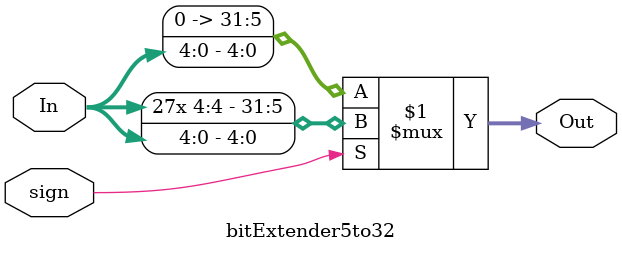
<source format=v>
`timescale 1ns / 1ps
module bitExtender16to32(
    input [15:0] In,
	 input sign,
    output [31:0] Out
    );
	assign Out = sign? {{16{In[15]}}, In[15:0]} : {{16{1'b0}}, In[15:0]};

endmodule

module bitExtender18to32(
    input [17:0] In,
	 input sign,
    output [31:0] Out
    );
	assign Out = sign? {{14{In[15]}}, In[17:0]} : {{14{1'b0}}, In[17:0]};

endmodule

module bitExtender8to32(
    input [7:0] In,
	 input sign,
    output [31:0] Out
    );
	assign Out = sign? {{24{In[7]}}, In[7:0]} : {{24{1'b0}}, In[7:0]};
endmodule

module bitExtender5to32(
    input [4:0] In,
	 input sign,
    output [31:0] Out
    );
	assign Out = sign? {{27{In[4]}}, In[4:0]} : {{27{1'b0}}, In[4:0]};

endmodule

</source>
